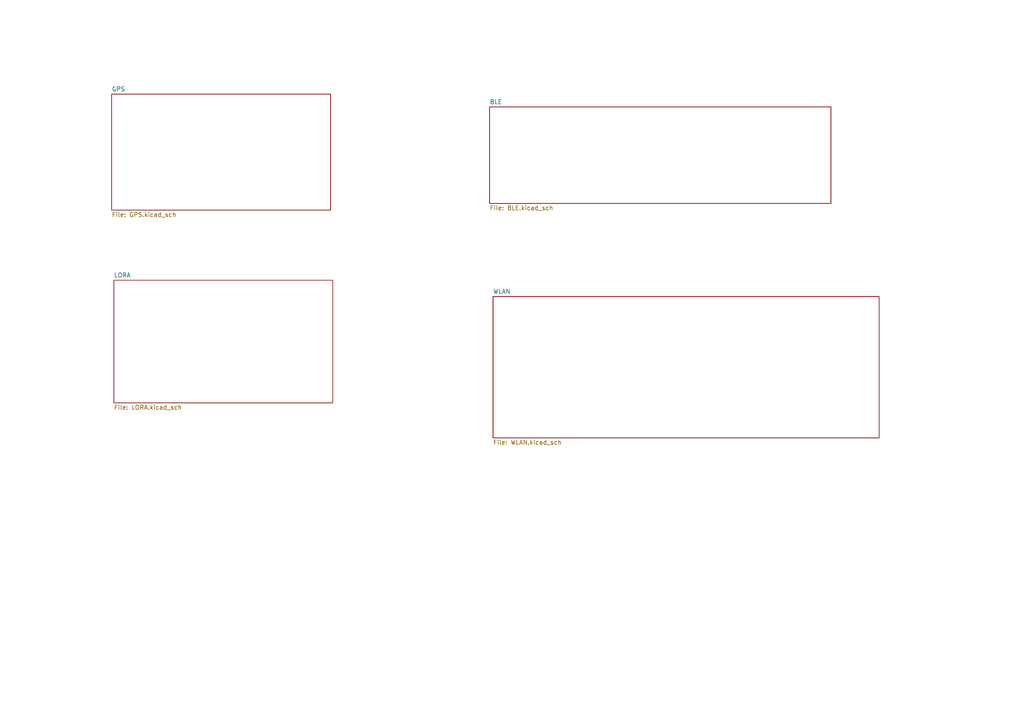
<source format=kicad_sch>
(kicad_sch
	(version 20231120)
	(generator "eeschema")
	(generator_version "8.0")
	(uuid "601a88ea-2da7-4ec4-b637-f587eb4ba821")
	(paper "A4")
	(lib_symbols)
	(sheet
		(at 142 31)
		(size 99 28)
		(fields_autoplaced yes)
		(stroke
			(width 0.1524)
			(type solid)
		)
		(fill
			(color 0 0 0 0.0000)
		)
		(uuid "50fdb7d1-4569-4c52-8829-8f3c547b35ac")
		(property "Sheetname" "BLE"
			(at 142 30.2884 0)
			(effects
				(font
					(size 1.27 1.27)
				)
				(justify left bottom)
			)
		)
		(property "Sheetfile" "BLE.kicad_sch"
			(at 142 59.5846 0)
			(effects
				(font
					(size 1.27 1.27)
				)
				(justify left top)
			)
		)
		(instances
			(project "hw_wireless_testboard"
				(path "/601a88ea-2da7-4ec4-b637-f587eb4ba821"
					(page "4")
				)
			)
		)
	)
	(sheet
		(at 32.385 27.305)
		(size 63.5 33.655)
		(fields_autoplaced yes)
		(stroke
			(width 0.1524)
			(type solid)
		)
		(fill
			(color 0 0 0 0.0000)
		)
		(uuid "57c5955f-b8b9-4575-a804-102112654a2f")
		(property "Sheetname" "GPS"
			(at 32.385 26.5934 0)
			(effects
				(font
					(size 1.27 1.27)
				)
				(justify left bottom)
			)
		)
		(property "Sheetfile" "GPS.kicad_sch"
			(at 32.385 61.5446 0)
			(effects
				(font
					(size 1.27 1.27)
				)
				(justify left top)
			)
		)
		(instances
			(project "hw_wireless_testboard"
				(path "/601a88ea-2da7-4ec4-b637-f587eb4ba821"
					(page "2")
				)
			)
		)
	)
	(sheet
		(at 33.02 81.28)
		(size 63.5 35.56)
		(fields_autoplaced yes)
		(stroke
			(width 0.1524)
			(type solid)
		)
		(fill
			(color 0 0 0 0.0000)
		)
		(uuid "bb3f05b6-a894-434f-9e49-66933fc7049f")
		(property "Sheetname" "LORA"
			(at 33.02 80.5684 0)
			(effects
				(font
					(size 1.27 1.27)
				)
				(justify left bottom)
			)
		)
		(property "Sheetfile" "LORA.kicad_sch"
			(at 33.02 117.4246 0)
			(effects
				(font
					(size 1.27 1.27)
				)
				(justify left top)
			)
		)
		(instances
			(project "hw_wireless_testboard"
				(path "/601a88ea-2da7-4ec4-b637-f587eb4ba821"
					(page "3")
				)
			)
		)
	)
	(sheet
		(at 143 86)
		(size 112 41)
		(fields_autoplaced yes)
		(stroke
			(width 0.1524)
			(type solid)
		)
		(fill
			(color 0 0 0 0.0000)
		)
		(uuid "e37a04e5-c2cd-4971-ba15-bb62af991442")
		(property "Sheetname" "WLAN"
			(at 143 85.2884 0)
			(effects
				(font
					(size 1.27 1.27)
				)
				(justify left bottom)
			)
		)
		(property "Sheetfile" "WLAN.kicad_sch"
			(at 143 127.5846 0)
			(effects
				(font
					(size 1.27 1.27)
				)
				(justify left top)
			)
		)
		(property "Field2" ""
			(at 143 86 0)
			(effects
				(font
					(size 1.27 1.27)
				)
				(hide yes)
			)
		)
		(instances
			(project "hw_wireless_testboard"
				(path "/601a88ea-2da7-4ec4-b637-f587eb4ba821"
					(page "5")
				)
			)
		)
	)
	(sheet_instances
		(path "/"
			(page "1")
		)
	)
)

</source>
